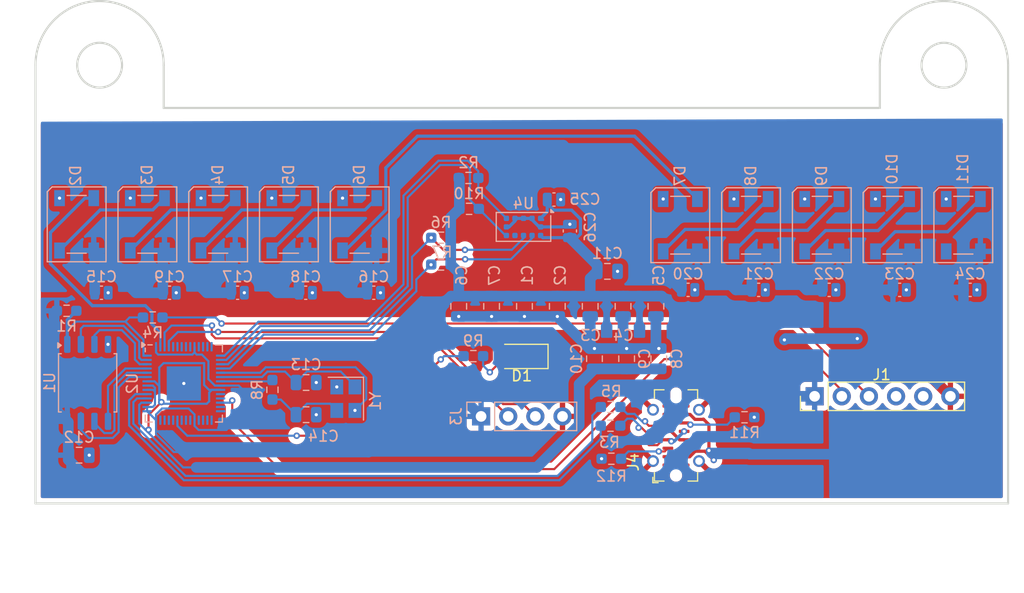
<source format=kicad_pcb>
(kicad_pcb
	(version 20240108)
	(generator "pcbnew")
	(generator_version "8.0")
	(general
		(thickness 1.6)
		(legacy_teardrops no)
	)
	(paper "A4")
	(layers
		(0 "F.Cu" signal)
		(31 "B.Cu" signal)
		(32 "B.Adhes" user "B.Adhesive")
		(33 "F.Adhes" user "F.Adhesive")
		(34 "B.Paste" user)
		(35 "F.Paste" user)
		(36 "B.SilkS" user "B.Silkscreen")
		(37 "F.SilkS" user "F.Silkscreen")
		(38 "B.Mask" user)
		(39 "F.Mask" user)
		(40 "Dwgs.User" user "User.Drawings")
		(41 "Cmts.User" user "User.Comments")
		(42 "Eco1.User" user "User.Eco1")
		(43 "Eco2.User" user "User.Eco2")
		(44 "Edge.Cuts" user)
		(45 "Margin" user)
		(46 "B.CrtYd" user "B.Courtyard")
		(47 "F.CrtYd" user "F.Courtyard")
		(48 "B.Fab" user)
		(49 "F.Fab" user)
		(50 "User.1" user)
		(51 "User.2" user)
		(52 "User.3" user)
		(53 "User.4" user)
		(54 "User.5" user)
		(55 "User.6" user)
		(56 "User.7" user)
		(57 "User.8" user)
		(58 "User.9" user)
	)
	(setup
		(pad_to_mask_clearance 0)
		(allow_soldermask_bridges_in_footprints no)
		(pcbplotparams
			(layerselection 0x00010fc_ffffffff)
			(plot_on_all_layers_selection 0x0000000_00000000)
			(disableapertmacros no)
			(usegerberextensions no)
			(usegerberattributes yes)
			(usegerberadvancedattributes yes)
			(creategerberjobfile yes)
			(dashed_line_dash_ratio 12.000000)
			(dashed_line_gap_ratio 3.000000)
			(svgprecision 4)
			(plotframeref no)
			(viasonmask no)
			(mode 1)
			(useauxorigin no)
			(hpglpennumber 1)
			(hpglpenspeed 20)
			(hpglpendiameter 15.000000)
			(pdf_front_fp_property_popups yes)
			(pdf_back_fp_property_popups yes)
			(dxfpolygonmode yes)
			(dxfimperialunits yes)
			(dxfusepcbnewfont yes)
			(psnegative no)
			(psa4output no)
			(plotreference yes)
			(plotvalue yes)
			(plotfptext yes)
			(plotinvisibletext no)
			(sketchpadsonfab no)
			(subtractmaskfromsilk no)
			(outputformat 1)
			(mirror no)
			(drillshape 1)
			(scaleselection 1)
			(outputdirectory "")
		)
	)
	(net 0 "")
	(net 1 "GND")
	(net 2 "+3.3V")
	(net 3 "Net-(U2-VREG_VOUT)")
	(net 4 "Net-(U2-XIN)")
	(net 5 "Net-(C14-Pad2)")
	(net 6 "+5V")
	(net 7 "Net-(D1-A)")
	(net 8 "LED-DIN")
	(net 9 "Net-(D2-DOUT)")
	(net 10 "Net-(D3-DOUT)")
	(net 11 "Net-(D4-DOUT)")
	(net 12 "Net-(D5-DOUT)")
	(net 13 "Net-(D6-DOUT)")
	(net 14 "Net-(D7-DOUT)")
	(net 15 "Net-(D8-DOUT)")
	(net 16 "Net-(D10-DIN)")
	(net 17 "Net-(D10-DOUT)")
	(net 18 "unconnected-(D11-DOUT-Pad4)")
	(net 19 "BumperSW2")
	(net 20 "BumperSW1")
	(net 21 "BumperP-RST")
	(net 22 "BumperP-BootOpt")
	(net 23 "Net-(J3-Pin_3)")
	(net 24 "Net-(J3-Pin_2)")
	(net 25 "Net-(J4-CC1)")
	(net 26 "USB_D-")
	(net 27 "USB_D+")
	(net 28 "unconnected-(J4-SBU1-PadA8)")
	(net 29 "Net-(J4-CC2)")
	(net 30 "unconnected-(J4-SBU2-PadB8)")
	(net 31 "Net-(U1-~{CS})")
	(net 32 "XSHUT-BP")
	(net 33 "Net-(U2-USB_DP)")
	(net 34 "Net-(U2-USB_DM)")
	(net 35 "I2C-SDA-BP")
	(net 36 "I2C-SCL-BP")
	(net 37 "Net-(U2-XOUT)")
	(net 38 "Net-(U2-GPIO25)")
	(net 39 "GPIO1-BP")
	(net 40 "Net-(U1-DI(IO0))")
	(net 41 "Net-(U1-IO3)")
	(net 42 "Net-(U1-CLK)")
	(net 43 "Net-(U1-IO2)")
	(net 44 "Net-(U1-DO(IO1))")
	(net 45 "unconnected-(U2-GPIO17-Pad28)")
	(net 46 "unconnected-(U2-GPIO10-Pad13)")
	(net 47 "unconnected-(U2-GPIO26_ADC0-Pad38)")
	(net 48 "unconnected-(U2-GPIO16-Pad27)")
	(net 49 "unconnected-(U2-GPIO19-Pad30)")
	(net 50 "unconnected-(U2-GPIO28_ADC2-Pad40)")
	(net 51 "unconnected-(U2-GPIO5-Pad7)")
	(net 52 "unconnected-(U2-GPIO27_ADC1-Pad39)")
	(net 53 "unconnected-(U2-SWCLK-Pad24)")
	(net 54 "unconnected-(U2-GPIO21-Pad32)")
	(net 55 "unconnected-(U2-GPIO23-Pad35)")
	(net 56 "unconnected-(U2-GPIO8-Pad11)")
	(net 57 "unconnected-(U2-GPIO6-Pad8)")
	(net 58 "unconnected-(U2-GPIO24-Pad36)")
	(net 59 "unconnected-(U2-SWD-Pad25)")
	(net 60 "unconnected-(U2-GPIO11-Pad14)")
	(net 61 "unconnected-(U2-GPIO9-Pad12)")
	(net 62 "unconnected-(U2-GPIO4-Pad6)")
	(net 63 "unconnected-(U2-GPIO18-Pad29)")
	(net 64 "unconnected-(U2-GPIO20-Pad31)")
	(net 65 "unconnected-(U2-GPIO3-Pad5)")
	(net 66 "unconnected-(U2-GPIO7-Pad9)")
	(net 67 "unconnected-(U2-GPIO29_ADC3-Pad41)")
	(net 68 "unconnected-(U2-GPIO22-Pad34)")
	(net 69 "unconnected-(U4-DNC-Pad8)")
	(footprint "Connector_PinHeader_2.54mm:PinHeader_1x06_P2.54mm_Vertical" (layer "F.Cu") (at 177.96 107.11 90))
	(footprint "LED_SMD:LED_1206_3216Metric_Pad1.42x1.75mm_HandSolder" (layer "F.Cu") (at 150.5575 103.38 180))
	(footprint "Connector_USB:USB_C_Receptacle_G-Switch_GT-USB-7051x" (layer "F.Cu") (at 164.99 110.77 90))
	(footprint "Capacitor_SMD:C_0504_1310Metric_Pad0.83x1.28mm_HandSolder" (layer "B.Cu") (at 192.512499 97.150001 180))
	(footprint "Capacitor_SMD:C_0504_1310Metric_Pad0.83x1.28mm_HandSolder" (layer "B.Cu") (at 130.3425 97.42 180))
	(footprint "LED_SMD:LED_SK6812_PLCC4_5.0x5.0mm_P3.2mm" (layer "B.Cu") (at 185.249999 91.100001 -90))
	(footprint "Package_SO:SOIC-8_5.23x5.23mm_P1.27mm" (layer "B.Cu") (at 109.94 105.85 -90))
	(footprint "LED_SMD:LED_SK6812_PLCC4_5.0x5.0mm_P3.2mm" (layer "B.Cu") (at 178.63 91.1 -90))
	(footprint "LED_SMD:LED_SK6812_PLCC4_5.0x5.0mm_P3.2mm" (layer "B.Cu") (at 165.39 91.1 -90))
	(footprint "Crystal:Crystal_SMD_3225-4Pin_3.2x2.5mm" (layer "B.Cu") (at 134.099998 107.329999 -90))
	(footprint "Resistor_SMD:R_0603_1608Metric_Pad0.98x0.95mm_HandSolder" (layer "B.Cu") (at 143 92.27 180))
	(footprint "Capacitor_SMD:C_0504_1310Metric_Pad0.83x1.28mm_HandSolder" (layer "B.Cu") (at 172.719999 97.150001 180))
	(footprint "Resistor_SMD:R_0603_1608Metric_Pad0.98x0.95mm_HandSolder" (layer "B.Cu") (at 127.23 106.5 -90))
	(footprint "Capacitor_SMD:C_0504_1310Metric_Pad0.83x1.28mm_HandSolder" (layer "B.Cu") (at 111.2325 97.42 180))
	(footprint "Capacitor_SMD:C_0805_2012Metric" (layer "B.Cu") (at 153.885 98.689999 -90))
	(footprint "Package_DFN_QFN:QFN-56-1EP_7x7mm_P0.4mm_EP3.2x3.2mm" (layer "B.Cu") (at 118.940001 105.9075 -90))
	(footprint "Capacitor_SMD:C_0504_1310Metric_Pad0.83x1.28mm_HandSolder" (layer "B.Cu") (at 185.914999 97.150001 180))
	(footprint "Resistor_SMD:R_0603_1608Metric_Pad0.98x0.95mm_HandSolder" (layer "B.Cu") (at 145.63 89.57 180))
	(footprint "Capacitor_SMD:C_0805_2012Metric" (layer "B.Cu") (at 158.57 95.42 180))
	(footprint "Capacitor_SMD:C_0805_2012Metric" (layer "B.Cu") (at 147.735 98.689999 -90))
	(footprint "LED_SMD:LED_SK6812_PLCC4_5.0x5.0mm_P3.2mm" (layer "B.Cu") (at 115.53 91.02 -90))
	(footprint "Capacitor_SMD:C_0805_2012Metric" (layer "B.Cu") (at 163.11 98.689999 -90))
	(footprint "LED_SMD:LED_SK6812_PLCC4_5.0x5.0mm_P3.2mm" (layer "B.Cu") (at 122.15 91.02 -90))
	(footprint "Sensor_Distance:ST_VL53L1x" (layer "B.Cu") (at 150.72 91.26 180))
	(footprint "Capacitor_SMD:C_0805_2012Metric" (layer "B.Cu") (at 156.96 98.689999 -90))
	(footprint "Capacitor_SMD:C_0805_2012Metric" (layer "B.Cu") (at 157.36 103.590001 -90))
	(footprint "Connector_PinHeader_2.54mm:PinHeader_1x04_P2.54mm_Vertical" (layer "B.Cu") (at 146.750001 108.99 -90))
	(footprint "Capacitor_SMD:C_0504_1310Metric_Pad0.83x1.28mm_HandSolder" (layer "B.Cu") (at 117.6025 97.42 180))
	(footprint "Capacitor_SMD:C_0504_1310Metric_Pad0.83x1.28mm_HandSolder" (layer "B.Cu") (at 179.317499 97.150001 180))
	(footprint "LED_SMD:LED_SK6812_PLCC4_5.0x5.0mm_P3.2mm" (layer "B.Cu") (at 135.39 91.02 -90))
	(footprint "Capacitor_SMD:C_0805_2012Metric" (layer "B.Cu") (at 130.379999 108.83 180))
	(footprint "Resistor_SMD:R_0603_1608Metric_Pad0.98x0.95mm_HandSolder" (layer "B.Cu") (at 116.03 99.73))
	(footprint "Capacitor_SMD:C_0504_1310Metric_Pad0.83x1.28mm_HandSolder"
		(layer "B.Cu")
		(uuid "83cb9a29-63a0-4762-93d7-f4b29e403ce8")
		(at 155.06 91.64 90)
		(descr "Capacitor SMD 0504 (1310 Metric), square (rectangular) end terminal, IPC_7351 nominal with elongated pad for handsoldering. (Body size source: IPC-SM-782 page 76, https://www.pcb-3d.com/wordpress/wp-content/uploads/ipc-sm-782a_amendment_1_and_2.pdf), generated with kicad-footprint-generator")
		(tags "capacitor handsolder")
		(property "Reference" "C26"
			(at 0.36 1.89 90)
			(layer "B.SilkS")
			(uuid "c3a91eaa-7bc3-4464-b87f-0fa8b0d953a9")
			(effects
				(font
					(size 1 1)
					(thickne
... [412816 chars truncated]
</source>
